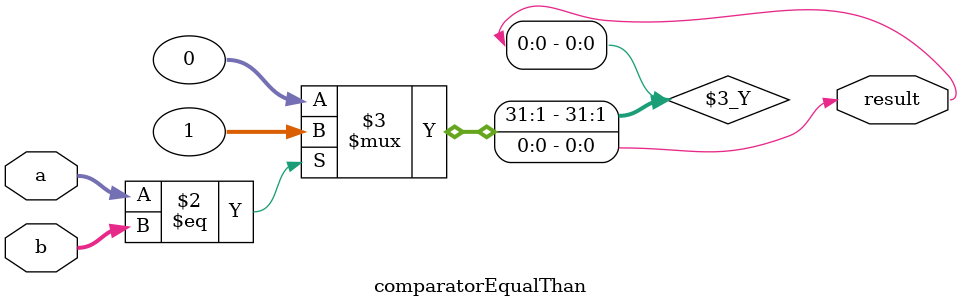
<source format=sv>
module comparatorEqualThan
#(parameter n = 10) 
(input wire [n-1:0] a, b,
  output reg result);

    always @* begin
		result <= (a==b) ? 1 : 0;  
    end
	 
endmodule
</source>
